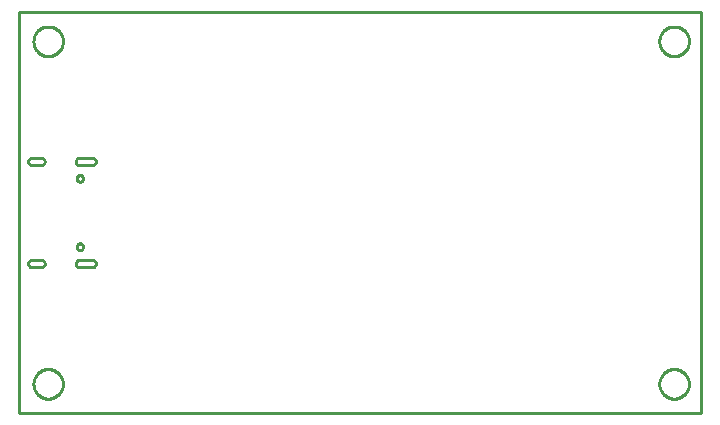
<source format=gbr>
G04 EAGLE Gerber RS-274X export*
G75*
%MOMM*%
%FSLAX34Y34*%
%LPD*%
%IN*%
%IPPOS*%
%AMOC8*
5,1,8,0,0,1.08239X$1,22.5*%
G01*
%ADD10C,0.254000*%


D10*
X0Y0D02*
X578000Y0D01*
X578000Y340000D01*
X0Y340000D01*
X0Y0D01*
X48300Y126800D02*
X48311Y126539D01*
X48346Y126279D01*
X48402Y126024D01*
X48481Y125774D01*
X48581Y125532D01*
X48702Y125300D01*
X48843Y125079D01*
X49002Y124872D01*
X49179Y124679D01*
X49372Y124502D01*
X49579Y124343D01*
X49800Y124202D01*
X50032Y124081D01*
X50274Y123981D01*
X50524Y123902D01*
X50779Y123846D01*
X51039Y123811D01*
X51300Y123800D01*
X62300Y123800D01*
X62561Y123811D01*
X62821Y123846D01*
X63076Y123902D01*
X63326Y123981D01*
X63568Y124081D01*
X63800Y124202D01*
X64021Y124343D01*
X64228Y124502D01*
X64421Y124679D01*
X64598Y124872D01*
X64757Y125079D01*
X64898Y125300D01*
X65019Y125532D01*
X65119Y125774D01*
X65198Y126024D01*
X65254Y126279D01*
X65289Y126539D01*
X65300Y126800D01*
X65289Y127061D01*
X65254Y127321D01*
X65198Y127576D01*
X65119Y127826D01*
X65019Y128068D01*
X64898Y128300D01*
X64757Y128521D01*
X64598Y128728D01*
X64421Y128921D01*
X64228Y129098D01*
X64021Y129257D01*
X63800Y129398D01*
X63568Y129519D01*
X63326Y129619D01*
X63076Y129698D01*
X62821Y129754D01*
X62561Y129789D01*
X62300Y129800D01*
X51300Y129800D01*
X51039Y129789D01*
X50779Y129754D01*
X50524Y129698D01*
X50274Y129619D01*
X50032Y129519D01*
X49800Y129398D01*
X49579Y129257D01*
X49372Y129098D01*
X49179Y128921D01*
X49002Y128728D01*
X48843Y128521D01*
X48702Y128300D01*
X48581Y128068D01*
X48481Y127826D01*
X48402Y127576D01*
X48346Y127321D01*
X48311Y127061D01*
X48300Y126800D01*
X8000Y126800D02*
X8011Y126539D01*
X8046Y126279D01*
X8102Y126024D01*
X8181Y125774D01*
X8281Y125532D01*
X8402Y125300D01*
X8543Y125079D01*
X8702Y124872D01*
X8879Y124679D01*
X9072Y124502D01*
X9279Y124343D01*
X9500Y124202D01*
X9732Y124081D01*
X9974Y123981D01*
X10224Y123902D01*
X10479Y123846D01*
X10739Y123811D01*
X11000Y123800D01*
X19000Y123800D01*
X19261Y123811D01*
X19521Y123846D01*
X19776Y123902D01*
X20026Y123981D01*
X20268Y124081D01*
X20500Y124202D01*
X20721Y124343D01*
X20928Y124502D01*
X21121Y124679D01*
X21298Y124872D01*
X21457Y125079D01*
X21598Y125300D01*
X21719Y125532D01*
X21819Y125774D01*
X21898Y126024D01*
X21954Y126279D01*
X21989Y126539D01*
X22000Y126800D01*
X21989Y127061D01*
X21954Y127321D01*
X21898Y127576D01*
X21819Y127826D01*
X21719Y128068D01*
X21598Y128300D01*
X21457Y128521D01*
X21298Y128728D01*
X21121Y128921D01*
X20928Y129098D01*
X20721Y129257D01*
X20500Y129398D01*
X20268Y129519D01*
X20026Y129619D01*
X19776Y129698D01*
X19521Y129754D01*
X19261Y129789D01*
X19000Y129800D01*
X11000Y129800D01*
X10739Y129789D01*
X10479Y129754D01*
X10224Y129698D01*
X9974Y129619D01*
X9732Y129519D01*
X9500Y129398D01*
X9279Y129257D01*
X9072Y129098D01*
X8879Y128921D01*
X8702Y128728D01*
X8543Y128521D01*
X8402Y128300D01*
X8281Y128068D01*
X8181Y127826D01*
X8102Y127576D01*
X8046Y127321D01*
X8011Y127061D01*
X8000Y126800D01*
X8000Y213200D02*
X8011Y212939D01*
X8046Y212679D01*
X8102Y212424D01*
X8181Y212174D01*
X8281Y211932D01*
X8402Y211700D01*
X8543Y211479D01*
X8702Y211272D01*
X8879Y211079D01*
X9072Y210902D01*
X9279Y210743D01*
X9500Y210602D01*
X9732Y210481D01*
X9974Y210381D01*
X10224Y210302D01*
X10479Y210246D01*
X10739Y210211D01*
X11000Y210200D01*
X19000Y210200D01*
X19261Y210211D01*
X19521Y210246D01*
X19776Y210302D01*
X20026Y210381D01*
X20268Y210481D01*
X20500Y210602D01*
X20721Y210743D01*
X20928Y210902D01*
X21121Y211079D01*
X21298Y211272D01*
X21457Y211479D01*
X21598Y211700D01*
X21719Y211932D01*
X21819Y212174D01*
X21898Y212424D01*
X21954Y212679D01*
X21989Y212939D01*
X22000Y213200D01*
X21989Y213461D01*
X21954Y213721D01*
X21898Y213976D01*
X21819Y214226D01*
X21719Y214468D01*
X21598Y214700D01*
X21457Y214921D01*
X21298Y215128D01*
X21121Y215321D01*
X20928Y215498D01*
X20721Y215657D01*
X20500Y215798D01*
X20268Y215919D01*
X20026Y216019D01*
X19776Y216098D01*
X19521Y216154D01*
X19261Y216189D01*
X19000Y216200D01*
X11000Y216200D01*
X10739Y216189D01*
X10479Y216154D01*
X10224Y216098D01*
X9974Y216019D01*
X9732Y215919D01*
X9500Y215798D01*
X9279Y215657D01*
X9072Y215498D01*
X8879Y215321D01*
X8702Y215128D01*
X8543Y214921D01*
X8402Y214700D01*
X8281Y214468D01*
X8181Y214226D01*
X8102Y213976D01*
X8046Y213721D01*
X8011Y213461D01*
X8000Y213200D01*
X48300Y213200D02*
X48311Y212939D01*
X48346Y212679D01*
X48402Y212424D01*
X48481Y212174D01*
X48581Y211932D01*
X48702Y211700D01*
X48843Y211479D01*
X49002Y211272D01*
X49179Y211079D01*
X49372Y210902D01*
X49579Y210743D01*
X49800Y210602D01*
X50032Y210481D01*
X50274Y210381D01*
X50524Y210302D01*
X50779Y210246D01*
X51039Y210211D01*
X51300Y210200D01*
X62300Y210200D01*
X62561Y210211D01*
X62821Y210246D01*
X63076Y210302D01*
X63326Y210381D01*
X63568Y210481D01*
X63800Y210602D01*
X64021Y210743D01*
X64228Y210902D01*
X64421Y211079D01*
X64598Y211272D01*
X64757Y211479D01*
X64898Y211700D01*
X65019Y211932D01*
X65119Y212174D01*
X65198Y212424D01*
X65254Y212679D01*
X65289Y212939D01*
X65300Y213200D01*
X65289Y213461D01*
X65254Y213721D01*
X65198Y213976D01*
X65119Y214226D01*
X65019Y214468D01*
X64898Y214700D01*
X64757Y214921D01*
X64598Y215128D01*
X64421Y215321D01*
X64228Y215498D01*
X64021Y215657D01*
X63800Y215798D01*
X63568Y215919D01*
X63326Y216019D01*
X63076Y216098D01*
X62821Y216154D01*
X62561Y216189D01*
X62300Y216200D01*
X51300Y216200D01*
X51039Y216189D01*
X50779Y216154D01*
X50524Y216098D01*
X50274Y216019D01*
X50032Y215919D01*
X49800Y215798D01*
X49579Y215657D01*
X49372Y215498D01*
X49179Y215321D01*
X49002Y215128D01*
X48843Y214921D01*
X48702Y214700D01*
X48581Y214468D01*
X48481Y214226D01*
X48402Y213976D01*
X48346Y213721D01*
X48311Y213461D01*
X48300Y213200D01*
X37500Y314509D02*
X37423Y313530D01*
X37269Y312560D01*
X37040Y311604D01*
X36736Y310670D01*
X36361Y309763D01*
X35915Y308888D01*
X35401Y308050D01*
X34824Y307255D01*
X34186Y306508D01*
X33492Y305814D01*
X32745Y305176D01*
X31950Y304599D01*
X31112Y304085D01*
X30237Y303639D01*
X29330Y303264D01*
X28396Y302960D01*
X27441Y302731D01*
X26470Y302577D01*
X25491Y302500D01*
X24509Y302500D01*
X23530Y302577D01*
X22560Y302731D01*
X21604Y302960D01*
X20670Y303264D01*
X19763Y303639D01*
X18888Y304085D01*
X18050Y304599D01*
X17255Y305176D01*
X16508Y305814D01*
X15814Y306508D01*
X15176Y307255D01*
X14599Y308050D01*
X14085Y308888D01*
X13639Y309763D01*
X13264Y310670D01*
X12960Y311604D01*
X12731Y312560D01*
X12577Y313530D01*
X12500Y314509D01*
X12500Y315491D01*
X12577Y316470D01*
X12731Y317441D01*
X12960Y318396D01*
X13264Y319330D01*
X13639Y320237D01*
X14085Y321112D01*
X14599Y321950D01*
X15176Y322745D01*
X15814Y323492D01*
X16508Y324186D01*
X17255Y324824D01*
X18050Y325401D01*
X18888Y325915D01*
X19763Y326361D01*
X20670Y326736D01*
X21604Y327040D01*
X22560Y327269D01*
X23530Y327423D01*
X24509Y327500D01*
X25491Y327500D01*
X26470Y327423D01*
X27441Y327269D01*
X28396Y327040D01*
X29330Y326736D01*
X30237Y326361D01*
X31112Y325915D01*
X31950Y325401D01*
X32745Y324824D01*
X33492Y324186D01*
X34186Y323492D01*
X34824Y322745D01*
X35401Y321950D01*
X35915Y321112D01*
X36361Y320237D01*
X36736Y319330D01*
X37040Y318396D01*
X37269Y317441D01*
X37423Y316470D01*
X37500Y315491D01*
X37500Y314509D01*
X37500Y24509D02*
X37423Y23530D01*
X37269Y22560D01*
X37040Y21604D01*
X36736Y20670D01*
X36361Y19763D01*
X35915Y18888D01*
X35401Y18050D01*
X34824Y17255D01*
X34186Y16508D01*
X33492Y15814D01*
X32745Y15176D01*
X31950Y14599D01*
X31112Y14085D01*
X30237Y13639D01*
X29330Y13264D01*
X28396Y12960D01*
X27441Y12731D01*
X26470Y12577D01*
X25491Y12500D01*
X24509Y12500D01*
X23530Y12577D01*
X22560Y12731D01*
X21604Y12960D01*
X20670Y13264D01*
X19763Y13639D01*
X18888Y14085D01*
X18050Y14599D01*
X17255Y15176D01*
X16508Y15814D01*
X15814Y16508D01*
X15176Y17255D01*
X14599Y18050D01*
X14085Y18888D01*
X13639Y19763D01*
X13264Y20670D01*
X12960Y21604D01*
X12731Y22560D01*
X12577Y23530D01*
X12500Y24509D01*
X12500Y25491D01*
X12577Y26470D01*
X12731Y27441D01*
X12960Y28396D01*
X13264Y29330D01*
X13639Y30237D01*
X14085Y31112D01*
X14599Y31950D01*
X15176Y32745D01*
X15814Y33492D01*
X16508Y34186D01*
X17255Y34824D01*
X18050Y35401D01*
X18888Y35915D01*
X19763Y36361D01*
X20670Y36736D01*
X21604Y37040D01*
X22560Y37269D01*
X23530Y37423D01*
X24509Y37500D01*
X25491Y37500D01*
X26470Y37423D01*
X27441Y37269D01*
X28396Y37040D01*
X29330Y36736D01*
X30237Y36361D01*
X31112Y35915D01*
X31950Y35401D01*
X32745Y34824D01*
X33492Y34186D01*
X34186Y33492D01*
X34824Y32745D01*
X35401Y31950D01*
X35915Y31112D01*
X36361Y30237D01*
X36736Y29330D01*
X37040Y28396D01*
X37269Y27441D01*
X37423Y26470D01*
X37500Y25491D01*
X37500Y24509D01*
X567500Y314509D02*
X567423Y313530D01*
X567269Y312560D01*
X567040Y311604D01*
X566736Y310670D01*
X566361Y309763D01*
X565915Y308888D01*
X565401Y308050D01*
X564824Y307255D01*
X564186Y306508D01*
X563492Y305814D01*
X562745Y305176D01*
X561950Y304599D01*
X561112Y304085D01*
X560237Y303639D01*
X559330Y303264D01*
X558396Y302960D01*
X557441Y302731D01*
X556470Y302577D01*
X555491Y302500D01*
X554509Y302500D01*
X553530Y302577D01*
X552560Y302731D01*
X551604Y302960D01*
X550670Y303264D01*
X549763Y303639D01*
X548888Y304085D01*
X548050Y304599D01*
X547255Y305176D01*
X546508Y305814D01*
X545814Y306508D01*
X545176Y307255D01*
X544599Y308050D01*
X544085Y308888D01*
X543639Y309763D01*
X543264Y310670D01*
X542960Y311604D01*
X542731Y312560D01*
X542577Y313530D01*
X542500Y314509D01*
X542500Y315491D01*
X542577Y316470D01*
X542731Y317441D01*
X542960Y318396D01*
X543264Y319330D01*
X543639Y320237D01*
X544085Y321112D01*
X544599Y321950D01*
X545176Y322745D01*
X545814Y323492D01*
X546508Y324186D01*
X547255Y324824D01*
X548050Y325401D01*
X548888Y325915D01*
X549763Y326361D01*
X550670Y326736D01*
X551604Y327040D01*
X552560Y327269D01*
X553530Y327423D01*
X554509Y327500D01*
X555491Y327500D01*
X556470Y327423D01*
X557441Y327269D01*
X558396Y327040D01*
X559330Y326736D01*
X560237Y326361D01*
X561112Y325915D01*
X561950Y325401D01*
X562745Y324824D01*
X563492Y324186D01*
X564186Y323492D01*
X564824Y322745D01*
X565401Y321950D01*
X565915Y321112D01*
X566361Y320237D01*
X566736Y319330D01*
X567040Y318396D01*
X567269Y317441D01*
X567423Y316470D01*
X567500Y315491D01*
X567500Y314509D01*
X567500Y24509D02*
X567423Y23530D01*
X567269Y22560D01*
X567040Y21604D01*
X566736Y20670D01*
X566361Y19763D01*
X565915Y18888D01*
X565401Y18050D01*
X564824Y17255D01*
X564186Y16508D01*
X563492Y15814D01*
X562745Y15176D01*
X561950Y14599D01*
X561112Y14085D01*
X560237Y13639D01*
X559330Y13264D01*
X558396Y12960D01*
X557441Y12731D01*
X556470Y12577D01*
X555491Y12500D01*
X554509Y12500D01*
X553530Y12577D01*
X552560Y12731D01*
X551604Y12960D01*
X550670Y13264D01*
X549763Y13639D01*
X548888Y14085D01*
X548050Y14599D01*
X547255Y15176D01*
X546508Y15814D01*
X545814Y16508D01*
X545176Y17255D01*
X544599Y18050D01*
X544085Y18888D01*
X543639Y19763D01*
X543264Y20670D01*
X542960Y21604D01*
X542731Y22560D01*
X542577Y23530D01*
X542500Y24509D01*
X542500Y25491D01*
X542577Y26470D01*
X542731Y27441D01*
X542960Y28396D01*
X543264Y29330D01*
X543639Y30237D01*
X544085Y31112D01*
X544599Y31950D01*
X545176Y32745D01*
X545814Y33492D01*
X546508Y34186D01*
X547255Y34824D01*
X548050Y35401D01*
X548888Y35915D01*
X549763Y36361D01*
X550670Y36736D01*
X551604Y37040D01*
X552560Y37269D01*
X553530Y37423D01*
X554509Y37500D01*
X555491Y37500D01*
X556470Y37423D01*
X557441Y37269D01*
X558396Y37040D01*
X559330Y36736D01*
X560237Y36361D01*
X561112Y35915D01*
X561950Y35401D01*
X562745Y34824D01*
X563492Y34186D01*
X564186Y33492D01*
X564824Y32745D01*
X565401Y31950D01*
X565915Y31112D01*
X566361Y30237D01*
X566736Y29330D01*
X567040Y28396D01*
X567269Y27441D01*
X567423Y26470D01*
X567500Y25491D01*
X567500Y24509D01*
X51584Y138350D02*
X51156Y138418D01*
X50744Y138551D01*
X50359Y138748D01*
X50009Y139002D01*
X49702Y139309D01*
X49448Y139659D01*
X49251Y140044D01*
X49118Y140456D01*
X49050Y140884D01*
X49050Y141316D01*
X49118Y141744D01*
X49251Y142156D01*
X49448Y142541D01*
X49702Y142892D01*
X50009Y143198D01*
X50359Y143452D01*
X50744Y143649D01*
X51156Y143782D01*
X51584Y143850D01*
X52016Y143850D01*
X52444Y143782D01*
X52856Y143649D01*
X53241Y143452D01*
X53592Y143198D01*
X53898Y142892D01*
X54152Y142541D01*
X54349Y142156D01*
X54482Y141744D01*
X54550Y141316D01*
X54550Y140884D01*
X54482Y140456D01*
X54349Y140044D01*
X54152Y139659D01*
X53898Y139309D01*
X53592Y139002D01*
X53241Y138748D01*
X52856Y138551D01*
X52444Y138418D01*
X52016Y138350D01*
X51584Y138350D01*
X51584Y196150D02*
X51156Y196218D01*
X50744Y196351D01*
X50359Y196548D01*
X50009Y196802D01*
X49702Y197109D01*
X49448Y197459D01*
X49251Y197844D01*
X49118Y198256D01*
X49050Y198684D01*
X49050Y199116D01*
X49118Y199544D01*
X49251Y199956D01*
X49448Y200341D01*
X49702Y200692D01*
X50009Y200998D01*
X50359Y201252D01*
X50744Y201449D01*
X51156Y201582D01*
X51584Y201650D01*
X52016Y201650D01*
X52444Y201582D01*
X52856Y201449D01*
X53241Y201252D01*
X53592Y200998D01*
X53898Y200692D01*
X54152Y200341D01*
X54349Y199956D01*
X54482Y199544D01*
X54550Y199116D01*
X54550Y198684D01*
X54482Y198256D01*
X54349Y197844D01*
X54152Y197459D01*
X53898Y197109D01*
X53592Y196802D01*
X53241Y196548D01*
X52856Y196351D01*
X52444Y196218D01*
X52016Y196150D01*
X51584Y196150D01*
M02*

</source>
